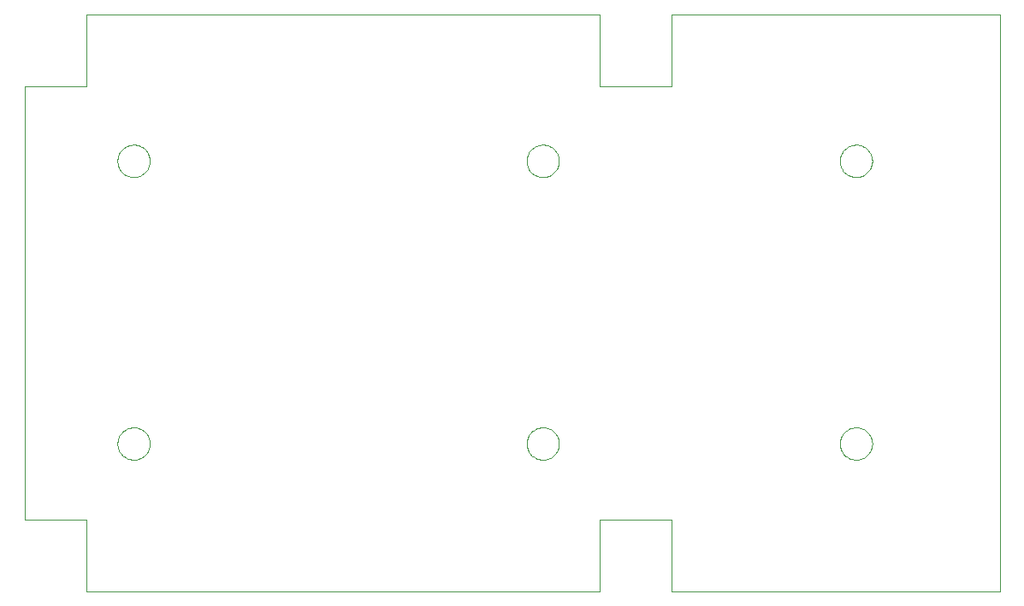
<source format=gko>
G75*
%MOIN*%
%OFA0B0*%
%FSLAX24Y24*%
%IPPOS*%
%LPD*%
%AMOC8*
5,1,8,0,0,1.08239X$1,22.5*
%
%ADD10C,0.0010*%
%ADD11C,0.0000*%
D10*
X002505Y000185D02*
X002505Y002985D01*
X000105Y002985D01*
X000105Y019885D01*
X002505Y019885D01*
X002505Y022685D01*
X022505Y022685D01*
X022505Y019885D01*
X025305Y019885D01*
X025305Y022685D01*
X038105Y022685D01*
X038105Y000185D01*
X025305Y000185D01*
X025305Y002985D01*
X022505Y002985D01*
X022505Y000185D01*
X002505Y000185D01*
D11*
X003725Y005950D02*
X003727Y006000D01*
X003733Y006050D01*
X003743Y006099D01*
X003757Y006147D01*
X003774Y006194D01*
X003795Y006239D01*
X003820Y006283D01*
X003848Y006324D01*
X003880Y006363D01*
X003914Y006400D01*
X003951Y006434D01*
X003991Y006464D01*
X004033Y006491D01*
X004077Y006515D01*
X004123Y006536D01*
X004170Y006552D01*
X004218Y006565D01*
X004268Y006574D01*
X004317Y006579D01*
X004368Y006580D01*
X004418Y006577D01*
X004467Y006570D01*
X004516Y006559D01*
X004564Y006544D01*
X004610Y006526D01*
X004655Y006504D01*
X004698Y006478D01*
X004739Y006449D01*
X004778Y006417D01*
X004814Y006382D01*
X004846Y006344D01*
X004876Y006304D01*
X004903Y006261D01*
X004926Y006217D01*
X004945Y006171D01*
X004961Y006123D01*
X004973Y006074D01*
X004981Y006025D01*
X004985Y005975D01*
X004985Y005925D01*
X004981Y005875D01*
X004973Y005826D01*
X004961Y005777D01*
X004945Y005729D01*
X004926Y005683D01*
X004903Y005639D01*
X004876Y005596D01*
X004846Y005556D01*
X004814Y005518D01*
X004778Y005483D01*
X004739Y005451D01*
X004698Y005422D01*
X004655Y005396D01*
X004610Y005374D01*
X004564Y005356D01*
X004516Y005341D01*
X004467Y005330D01*
X004418Y005323D01*
X004368Y005320D01*
X004317Y005321D01*
X004268Y005326D01*
X004218Y005335D01*
X004170Y005348D01*
X004123Y005364D01*
X004077Y005385D01*
X004033Y005409D01*
X003991Y005436D01*
X003951Y005466D01*
X003914Y005500D01*
X003880Y005537D01*
X003848Y005576D01*
X003820Y005617D01*
X003795Y005661D01*
X003774Y005706D01*
X003757Y005753D01*
X003743Y005801D01*
X003733Y005850D01*
X003727Y005900D01*
X003725Y005950D01*
X019670Y005950D02*
X019672Y006000D01*
X019678Y006050D01*
X019688Y006099D01*
X019702Y006147D01*
X019719Y006194D01*
X019740Y006239D01*
X019765Y006283D01*
X019793Y006324D01*
X019825Y006363D01*
X019859Y006400D01*
X019896Y006434D01*
X019936Y006464D01*
X019978Y006491D01*
X020022Y006515D01*
X020068Y006536D01*
X020115Y006552D01*
X020163Y006565D01*
X020213Y006574D01*
X020262Y006579D01*
X020313Y006580D01*
X020363Y006577D01*
X020412Y006570D01*
X020461Y006559D01*
X020509Y006544D01*
X020555Y006526D01*
X020600Y006504D01*
X020643Y006478D01*
X020684Y006449D01*
X020723Y006417D01*
X020759Y006382D01*
X020791Y006344D01*
X020821Y006304D01*
X020848Y006261D01*
X020871Y006217D01*
X020890Y006171D01*
X020906Y006123D01*
X020918Y006074D01*
X020926Y006025D01*
X020930Y005975D01*
X020930Y005925D01*
X020926Y005875D01*
X020918Y005826D01*
X020906Y005777D01*
X020890Y005729D01*
X020871Y005683D01*
X020848Y005639D01*
X020821Y005596D01*
X020791Y005556D01*
X020759Y005518D01*
X020723Y005483D01*
X020684Y005451D01*
X020643Y005422D01*
X020600Y005396D01*
X020555Y005374D01*
X020509Y005356D01*
X020461Y005341D01*
X020412Y005330D01*
X020363Y005323D01*
X020313Y005320D01*
X020262Y005321D01*
X020213Y005326D01*
X020163Y005335D01*
X020115Y005348D01*
X020068Y005364D01*
X020022Y005385D01*
X019978Y005409D01*
X019936Y005436D01*
X019896Y005466D01*
X019859Y005500D01*
X019825Y005537D01*
X019793Y005576D01*
X019765Y005617D01*
X019740Y005661D01*
X019719Y005706D01*
X019702Y005753D01*
X019688Y005801D01*
X019678Y005850D01*
X019672Y005900D01*
X019670Y005950D01*
X031875Y005950D02*
X031877Y006000D01*
X031883Y006050D01*
X031893Y006099D01*
X031907Y006147D01*
X031924Y006194D01*
X031945Y006239D01*
X031970Y006283D01*
X031998Y006324D01*
X032030Y006363D01*
X032064Y006400D01*
X032101Y006434D01*
X032141Y006464D01*
X032183Y006491D01*
X032227Y006515D01*
X032273Y006536D01*
X032320Y006552D01*
X032368Y006565D01*
X032418Y006574D01*
X032467Y006579D01*
X032518Y006580D01*
X032568Y006577D01*
X032617Y006570D01*
X032666Y006559D01*
X032714Y006544D01*
X032760Y006526D01*
X032805Y006504D01*
X032848Y006478D01*
X032889Y006449D01*
X032928Y006417D01*
X032964Y006382D01*
X032996Y006344D01*
X033026Y006304D01*
X033053Y006261D01*
X033076Y006217D01*
X033095Y006171D01*
X033111Y006123D01*
X033123Y006074D01*
X033131Y006025D01*
X033135Y005975D01*
X033135Y005925D01*
X033131Y005875D01*
X033123Y005826D01*
X033111Y005777D01*
X033095Y005729D01*
X033076Y005683D01*
X033053Y005639D01*
X033026Y005596D01*
X032996Y005556D01*
X032964Y005518D01*
X032928Y005483D01*
X032889Y005451D01*
X032848Y005422D01*
X032805Y005396D01*
X032760Y005374D01*
X032714Y005356D01*
X032666Y005341D01*
X032617Y005330D01*
X032568Y005323D01*
X032518Y005320D01*
X032467Y005321D01*
X032418Y005326D01*
X032368Y005335D01*
X032320Y005348D01*
X032273Y005364D01*
X032227Y005385D01*
X032183Y005409D01*
X032141Y005436D01*
X032101Y005466D01*
X032064Y005500D01*
X032030Y005537D01*
X031998Y005576D01*
X031970Y005617D01*
X031945Y005661D01*
X031924Y005706D01*
X031907Y005753D01*
X031893Y005801D01*
X031883Y005850D01*
X031877Y005900D01*
X031875Y005950D01*
X031875Y016974D02*
X031877Y017024D01*
X031883Y017074D01*
X031893Y017123D01*
X031907Y017171D01*
X031924Y017218D01*
X031945Y017263D01*
X031970Y017307D01*
X031998Y017348D01*
X032030Y017387D01*
X032064Y017424D01*
X032101Y017458D01*
X032141Y017488D01*
X032183Y017515D01*
X032227Y017539D01*
X032273Y017560D01*
X032320Y017576D01*
X032368Y017589D01*
X032418Y017598D01*
X032467Y017603D01*
X032518Y017604D01*
X032568Y017601D01*
X032617Y017594D01*
X032666Y017583D01*
X032714Y017568D01*
X032760Y017550D01*
X032805Y017528D01*
X032848Y017502D01*
X032889Y017473D01*
X032928Y017441D01*
X032964Y017406D01*
X032996Y017368D01*
X033026Y017328D01*
X033053Y017285D01*
X033076Y017241D01*
X033095Y017195D01*
X033111Y017147D01*
X033123Y017098D01*
X033131Y017049D01*
X033135Y016999D01*
X033135Y016949D01*
X033131Y016899D01*
X033123Y016850D01*
X033111Y016801D01*
X033095Y016753D01*
X033076Y016707D01*
X033053Y016663D01*
X033026Y016620D01*
X032996Y016580D01*
X032964Y016542D01*
X032928Y016507D01*
X032889Y016475D01*
X032848Y016446D01*
X032805Y016420D01*
X032760Y016398D01*
X032714Y016380D01*
X032666Y016365D01*
X032617Y016354D01*
X032568Y016347D01*
X032518Y016344D01*
X032467Y016345D01*
X032418Y016350D01*
X032368Y016359D01*
X032320Y016372D01*
X032273Y016388D01*
X032227Y016409D01*
X032183Y016433D01*
X032141Y016460D01*
X032101Y016490D01*
X032064Y016524D01*
X032030Y016561D01*
X031998Y016600D01*
X031970Y016641D01*
X031945Y016685D01*
X031924Y016730D01*
X031907Y016777D01*
X031893Y016825D01*
X031883Y016874D01*
X031877Y016924D01*
X031875Y016974D01*
X019670Y016974D02*
X019672Y017024D01*
X019678Y017074D01*
X019688Y017123D01*
X019702Y017171D01*
X019719Y017218D01*
X019740Y017263D01*
X019765Y017307D01*
X019793Y017348D01*
X019825Y017387D01*
X019859Y017424D01*
X019896Y017458D01*
X019936Y017488D01*
X019978Y017515D01*
X020022Y017539D01*
X020068Y017560D01*
X020115Y017576D01*
X020163Y017589D01*
X020213Y017598D01*
X020262Y017603D01*
X020313Y017604D01*
X020363Y017601D01*
X020412Y017594D01*
X020461Y017583D01*
X020509Y017568D01*
X020555Y017550D01*
X020600Y017528D01*
X020643Y017502D01*
X020684Y017473D01*
X020723Y017441D01*
X020759Y017406D01*
X020791Y017368D01*
X020821Y017328D01*
X020848Y017285D01*
X020871Y017241D01*
X020890Y017195D01*
X020906Y017147D01*
X020918Y017098D01*
X020926Y017049D01*
X020930Y016999D01*
X020930Y016949D01*
X020926Y016899D01*
X020918Y016850D01*
X020906Y016801D01*
X020890Y016753D01*
X020871Y016707D01*
X020848Y016663D01*
X020821Y016620D01*
X020791Y016580D01*
X020759Y016542D01*
X020723Y016507D01*
X020684Y016475D01*
X020643Y016446D01*
X020600Y016420D01*
X020555Y016398D01*
X020509Y016380D01*
X020461Y016365D01*
X020412Y016354D01*
X020363Y016347D01*
X020313Y016344D01*
X020262Y016345D01*
X020213Y016350D01*
X020163Y016359D01*
X020115Y016372D01*
X020068Y016388D01*
X020022Y016409D01*
X019978Y016433D01*
X019936Y016460D01*
X019896Y016490D01*
X019859Y016524D01*
X019825Y016561D01*
X019793Y016600D01*
X019765Y016641D01*
X019740Y016685D01*
X019719Y016730D01*
X019702Y016777D01*
X019688Y016825D01*
X019678Y016874D01*
X019672Y016924D01*
X019670Y016974D01*
X003725Y016974D02*
X003727Y017024D01*
X003733Y017074D01*
X003743Y017123D01*
X003757Y017171D01*
X003774Y017218D01*
X003795Y017263D01*
X003820Y017307D01*
X003848Y017348D01*
X003880Y017387D01*
X003914Y017424D01*
X003951Y017458D01*
X003991Y017488D01*
X004033Y017515D01*
X004077Y017539D01*
X004123Y017560D01*
X004170Y017576D01*
X004218Y017589D01*
X004268Y017598D01*
X004317Y017603D01*
X004368Y017604D01*
X004418Y017601D01*
X004467Y017594D01*
X004516Y017583D01*
X004564Y017568D01*
X004610Y017550D01*
X004655Y017528D01*
X004698Y017502D01*
X004739Y017473D01*
X004778Y017441D01*
X004814Y017406D01*
X004846Y017368D01*
X004876Y017328D01*
X004903Y017285D01*
X004926Y017241D01*
X004945Y017195D01*
X004961Y017147D01*
X004973Y017098D01*
X004981Y017049D01*
X004985Y016999D01*
X004985Y016949D01*
X004981Y016899D01*
X004973Y016850D01*
X004961Y016801D01*
X004945Y016753D01*
X004926Y016707D01*
X004903Y016663D01*
X004876Y016620D01*
X004846Y016580D01*
X004814Y016542D01*
X004778Y016507D01*
X004739Y016475D01*
X004698Y016446D01*
X004655Y016420D01*
X004610Y016398D01*
X004564Y016380D01*
X004516Y016365D01*
X004467Y016354D01*
X004418Y016347D01*
X004368Y016344D01*
X004317Y016345D01*
X004268Y016350D01*
X004218Y016359D01*
X004170Y016372D01*
X004123Y016388D01*
X004077Y016409D01*
X004033Y016433D01*
X003991Y016460D01*
X003951Y016490D01*
X003914Y016524D01*
X003880Y016561D01*
X003848Y016600D01*
X003820Y016641D01*
X003795Y016685D01*
X003774Y016730D01*
X003757Y016777D01*
X003743Y016825D01*
X003733Y016874D01*
X003727Y016924D01*
X003725Y016974D01*
M02*

</source>
